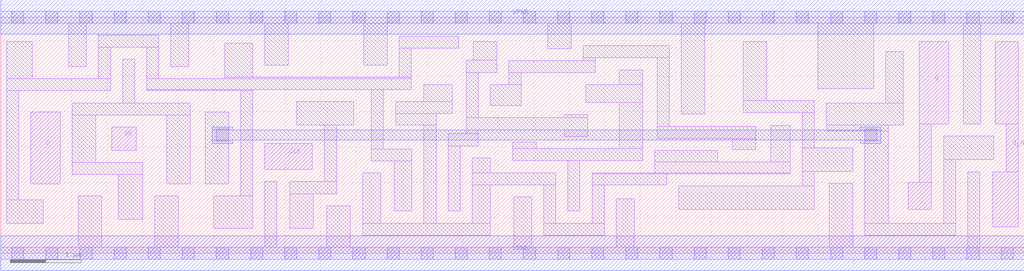
<source format=lef>
# Copyright 2020 The SkyWater PDK Authors
#
# Licensed under the Apache License, Version 2.0 (the "License");
# you may not use this file except in compliance with the License.
# You may obtain a copy of the License at
#
#     https://www.apache.org/licenses/LICENSE-2.0
#
# Unless required by applicable law or agreed to in writing, software
# distributed under the License is distributed on an "AS IS" BASIS,
# WITHOUT WARRANTIES OR CONDITIONS OF ANY KIND, either express or implied.
# See the License for the specific language governing permissions and
# limitations under the License.
#
# SPDX-License-Identifier: Apache-2.0

VERSION 5.5 ;
NAMESCASESENSITIVE ON ;
BUSBITCHARS "[]" ;
DIVIDERCHAR "/" ;
MACRO sky130_fd_sc_ls__edfxbp_1
  CLASS CORE ;
  SOURCE USER ;
  ORIGIN  0.000000  0.000000 ;
  SIZE  14.40000 BY  3.330000 ;
  SYMMETRY X Y ;
  SITE unit ;
  PIN D
    ANTENNAGATEAREA  0.126000 ;
    DIRECTION INPUT ;
    USE SIGNAL ;
    PORT
      LAYER li1 ;
        RECT 0.425000 0.980000 0.835000 1.990000 ;
    END
  END D
  PIN DE
    ANTENNAGATEAREA  0.285000 ;
    DIRECTION INPUT ;
    USE SIGNAL ;
    PORT
      LAYER li1 ;
        RECT 1.565000 1.450000 1.905000 1.780000 ;
    END
  END DE
  PIN Q
    ANTENNADIFFAREA  0.541300 ;
    DIRECTION OUTPUT ;
    USE SIGNAL ;
    PORT
      LAYER li1 ;
        RECT 12.765000 0.620000 13.095000 1.000000 ;
        RECT 12.925000 1.000000 13.095000 1.820000 ;
        RECT 12.925000 1.820000 13.340000 2.980000 ;
    END
  END Q
  PIN Q_N
    ANTENNADIFFAREA  0.541300 ;
    DIRECTION OUTPUT ;
    USE SIGNAL ;
    PORT
      LAYER li1 ;
        RECT 13.955000 0.370000 14.315000 1.150000 ;
        RECT 13.990000 1.820000 14.315000 2.980000 ;
        RECT 14.145000 1.150000 14.315000 1.820000 ;
    END
  END Q_N
  PIN CLK
    ANTENNAGATEAREA  0.279000 ;
    DIRECTION INPUT ;
    USE CLOCK ;
    PORT
      LAYER li1 ;
        RECT 3.715000 1.180000 4.385000 1.550000 ;
    END
  END CLK
  PIN VGND
    DIRECTION INOUT ;
    SHAPE ABUTMENT ;
    USE GROUND ;
    PORT
      LAYER met1 ;
        RECT 0.000000 -0.245000 14.400000 0.245000 ;
    END
  END VGND
  PIN VPWR
    DIRECTION INOUT ;
    SHAPE ABUTMENT ;
    USE POWER ;
    PORT
      LAYER met1 ;
        RECT 0.000000 3.085000 14.400000 3.575000 ;
    END
  END VPWR
  OBS
    LAYER li1 ;
      RECT  0.000000 -0.085000 14.400000 0.085000 ;
      RECT  0.000000  3.245000 14.400000 3.415000 ;
      RECT  0.085000  0.420000  0.600000 0.750000 ;
      RECT  0.085000  0.750000  0.255000 2.290000 ;
      RECT  0.085000  2.290000  1.545000 2.460000 ;
      RECT  0.085000  2.460000  0.445000 2.980000 ;
      RECT  0.955000  2.630000  1.205000 3.245000 ;
      RECT  1.005000  1.110000  2.000000 1.280000 ;
      RECT  1.005000  1.280000  1.335000 1.950000 ;
      RECT  1.005000  1.950000  2.665000 2.120000 ;
      RECT  1.090000  0.085000  1.420000 0.810000 ;
      RECT  1.375000  2.460000  1.545000 2.905000 ;
      RECT  1.375000  2.905000  2.225000 3.075000 ;
      RECT  1.650000  0.480000  2.000000 1.110000 ;
      RECT  1.715000  2.120000  1.885000 2.735000 ;
      RECT  2.055000  2.290000  3.545000 2.310000 ;
      RECT  2.055000  2.310000  5.775000 2.460000 ;
      RECT  2.055000  2.460000  2.225000 2.905000 ;
      RECT  2.170000  0.085000  2.500000 0.810000 ;
      RECT  2.335000  0.980000  2.665000 1.950000 ;
      RECT  2.395000  2.630000  2.645000 3.245000 ;
      RECT  2.875000  0.980000  3.205000 1.990000 ;
      RECT  3.000000  0.350000  3.545000 0.810000 ;
      RECT  3.155000  2.460000  5.775000 2.480000 ;
      RECT  3.155000  2.480000  3.545000 2.960000 ;
      RECT  3.375000  0.810000  3.545000 2.290000 ;
      RECT  3.715000  0.085000  3.885000 1.010000 ;
      RECT  3.715000  2.650000  4.045000 3.245000 ;
      RECT  4.065000  0.350000  4.395000 0.840000 ;
      RECT  4.065000  0.840000  4.725000 1.010000 ;
      RECT  4.165000  1.810000  4.965000 2.140000 ;
      RECT  4.555000  1.010000  4.725000 1.810000 ;
      RECT  4.585000  0.085000  4.915000 0.670000 ;
      RECT  5.095000  0.255000  6.885000 0.425000 ;
      RECT  5.095000  0.425000  5.345000 1.130000 ;
      RECT  5.105000  2.650000  5.435000 3.245000 ;
      RECT  5.215000  1.300000  5.785000 1.470000 ;
      RECT  5.215000  1.470000  5.385000 2.310000 ;
      RECT  5.535000  0.595000  5.785000 1.300000 ;
      RECT  5.555000  1.810000  6.125000 1.970000 ;
      RECT  5.555000  1.970000  6.355000 2.140000 ;
      RECT  5.605000  2.480000  5.775000 2.890000 ;
      RECT  5.605000  2.890000  6.445000 3.060000 ;
      RECT  5.955000  0.425000  6.125000 1.810000 ;
      RECT  5.955000  2.140000  6.355000 2.380000 ;
      RECT  6.295000  0.595000  6.465000 1.515000 ;
      RECT  6.295000  1.515000  6.720000 1.685000 ;
      RECT  6.550000  1.685000  6.720000 1.740000 ;
      RECT  6.550000  1.740000  8.260000 1.910000 ;
      RECT  6.550000  1.910000  6.720000 2.550000 ;
      RECT  6.550000  2.550000  6.980000 2.720000 ;
      RECT  6.635000  0.425000  6.885000 0.965000 ;
      RECT  6.635000  0.965000  7.810000 1.135000 ;
      RECT  6.635000  1.135000  6.885000 1.345000 ;
      RECT  6.650000  2.720000  6.980000 2.980000 ;
      RECT  6.890000  2.080000  7.320000 2.380000 ;
      RECT  7.150000  2.380000  7.320000 2.545000 ;
      RECT  7.150000  2.545000  8.365000 2.715000 ;
      RECT  7.205000  1.305000  9.030000 1.475000 ;
      RECT  7.205000  1.475000  7.535000 1.570000 ;
      RECT  7.220000  0.085000  7.470000 0.795000 ;
      RECT  7.640000  0.255000  8.490000 0.425000 ;
      RECT  7.640000  0.425000  7.810000 0.965000 ;
      RECT  7.695000  2.885000  8.025000 3.245000 ;
      RECT  7.930000  1.645000  8.260000 1.740000 ;
      RECT  7.930000  1.910000  8.260000 1.955000 ;
      RECT  7.980000  0.595000  8.150000 1.305000 ;
      RECT  8.195000  2.715000  8.365000 2.755000 ;
      RECT  8.195000  2.755000  9.405000 2.925000 ;
      RECT  8.230000  2.125000  9.030000 2.375000 ;
      RECT  8.320000  0.425000  8.490000 0.965000 ;
      RECT  8.320000  0.965000  9.370000 1.120000 ;
      RECT  8.320000  1.120000 11.105000 1.135000 ;
      RECT  8.660000  0.085000  8.910000 0.770000 ;
      RECT  8.700000  1.475000  9.030000 2.125000 ;
      RECT  8.700000  2.375000  9.030000 2.585000 ;
      RECT  9.200000  1.135000 11.105000 1.290000 ;
      RECT  9.200000  1.290000 10.085000 1.450000 ;
      RECT  9.235000  1.620000 10.625000 1.790000 ;
      RECT  9.235000  1.790000  9.405000 2.755000 ;
      RECT  9.540000  0.620000 11.445000 0.950000 ;
      RECT  9.575000  1.960000  9.905000 3.245000 ;
      RECT 10.295000  1.460000 10.625000 1.620000 ;
      RECT 10.445000  1.985000 11.445000 2.155000 ;
      RECT 10.445000  2.155000 10.775000 2.980000 ;
      RECT 10.835000  1.290000 11.105000 1.800000 ;
      RECT 11.275000  0.950000 11.445000 1.155000 ;
      RECT 11.275000  1.155000 11.985000 1.485000 ;
      RECT 11.275000  1.485000 11.445000 1.985000 ;
      RECT 11.495000  2.325000 12.280000 3.245000 ;
      RECT 11.615000  1.725000 12.485000 1.805000 ;
      RECT 11.615000  1.805000 12.700000 2.120000 ;
      RECT 11.655000  0.085000 11.985000 0.985000 ;
      RECT 12.155000  0.255000 13.435000 0.425000 ;
      RECT 12.155000  0.425000 12.485000 1.725000 ;
      RECT 12.450000  2.120000 12.700000 2.845000 ;
      RECT 13.265000  0.425000 13.435000 1.320000 ;
      RECT 13.265000  1.320000 13.975000 1.650000 ;
      RECT 13.540000  1.820000 13.790000 3.245000 ;
      RECT 13.605000  0.085000 13.775000 1.150000 ;
    LAYER mcon ;
      RECT  0.155000 -0.085000  0.325000 0.085000 ;
      RECT  0.155000  3.245000  0.325000 3.415000 ;
      RECT  0.635000 -0.085000  0.805000 0.085000 ;
      RECT  0.635000  3.245000  0.805000 3.415000 ;
      RECT  1.115000 -0.085000  1.285000 0.085000 ;
      RECT  1.115000  3.245000  1.285000 3.415000 ;
      RECT  1.595000 -0.085000  1.765000 0.085000 ;
      RECT  1.595000  3.245000  1.765000 3.415000 ;
      RECT  2.075000 -0.085000  2.245000 0.085000 ;
      RECT  2.075000  3.245000  2.245000 3.415000 ;
      RECT  2.555000 -0.085000  2.725000 0.085000 ;
      RECT  2.555000  3.245000  2.725000 3.415000 ;
      RECT  3.035000 -0.085000  3.205000 0.085000 ;
      RECT  3.035000  1.580000  3.205000 1.750000 ;
      RECT  3.035000  3.245000  3.205000 3.415000 ;
      RECT  3.515000 -0.085000  3.685000 0.085000 ;
      RECT  3.515000  3.245000  3.685000 3.415000 ;
      RECT  3.995000 -0.085000  4.165000 0.085000 ;
      RECT  3.995000  3.245000  4.165000 3.415000 ;
      RECT  4.475000 -0.085000  4.645000 0.085000 ;
      RECT  4.475000  3.245000  4.645000 3.415000 ;
      RECT  4.955000 -0.085000  5.125000 0.085000 ;
      RECT  4.955000  3.245000  5.125000 3.415000 ;
      RECT  5.435000 -0.085000  5.605000 0.085000 ;
      RECT  5.435000  3.245000  5.605000 3.415000 ;
      RECT  5.915000 -0.085000  6.085000 0.085000 ;
      RECT  5.915000  3.245000  6.085000 3.415000 ;
      RECT  6.395000 -0.085000  6.565000 0.085000 ;
      RECT  6.395000  3.245000  6.565000 3.415000 ;
      RECT  6.875000 -0.085000  7.045000 0.085000 ;
      RECT  6.875000  3.245000  7.045000 3.415000 ;
      RECT  7.355000 -0.085000  7.525000 0.085000 ;
      RECT  7.355000  3.245000  7.525000 3.415000 ;
      RECT  7.835000 -0.085000  8.005000 0.085000 ;
      RECT  7.835000  3.245000  8.005000 3.415000 ;
      RECT  8.315000 -0.085000  8.485000 0.085000 ;
      RECT  8.315000  3.245000  8.485000 3.415000 ;
      RECT  8.795000 -0.085000  8.965000 0.085000 ;
      RECT  8.795000  3.245000  8.965000 3.415000 ;
      RECT  9.275000 -0.085000  9.445000 0.085000 ;
      RECT  9.275000  3.245000  9.445000 3.415000 ;
      RECT  9.755000 -0.085000  9.925000 0.085000 ;
      RECT  9.755000  3.245000  9.925000 3.415000 ;
      RECT 10.235000 -0.085000 10.405000 0.085000 ;
      RECT 10.235000  3.245000 10.405000 3.415000 ;
      RECT 10.715000 -0.085000 10.885000 0.085000 ;
      RECT 10.715000  3.245000 10.885000 3.415000 ;
      RECT 11.195000 -0.085000 11.365000 0.085000 ;
      RECT 11.195000  3.245000 11.365000 3.415000 ;
      RECT 11.675000 -0.085000 11.845000 0.085000 ;
      RECT 11.675000  3.245000 11.845000 3.415000 ;
      RECT 12.155000 -0.085000 12.325000 0.085000 ;
      RECT 12.155000  1.580000 12.325000 1.750000 ;
      RECT 12.155000  3.245000 12.325000 3.415000 ;
      RECT 12.635000 -0.085000 12.805000 0.085000 ;
      RECT 12.635000  3.245000 12.805000 3.415000 ;
      RECT 13.115000 -0.085000 13.285000 0.085000 ;
      RECT 13.115000  3.245000 13.285000 3.415000 ;
      RECT 13.595000 -0.085000 13.765000 0.085000 ;
      RECT 13.595000  3.245000 13.765000 3.415000 ;
      RECT 14.075000 -0.085000 14.245000 0.085000 ;
      RECT 14.075000  3.245000 14.245000 3.415000 ;
    LAYER met1 ;
      RECT  2.975000 1.550000  3.265000 1.595000 ;
      RECT  2.975000 1.595000 12.385000 1.735000 ;
      RECT  2.975000 1.735000  3.265000 1.780000 ;
      RECT 12.095000 1.550000 12.385000 1.595000 ;
      RECT 12.095000 1.735000 12.385000 1.780000 ;
  END
END sky130_fd_sc_ls__edfxbp_1

</source>
